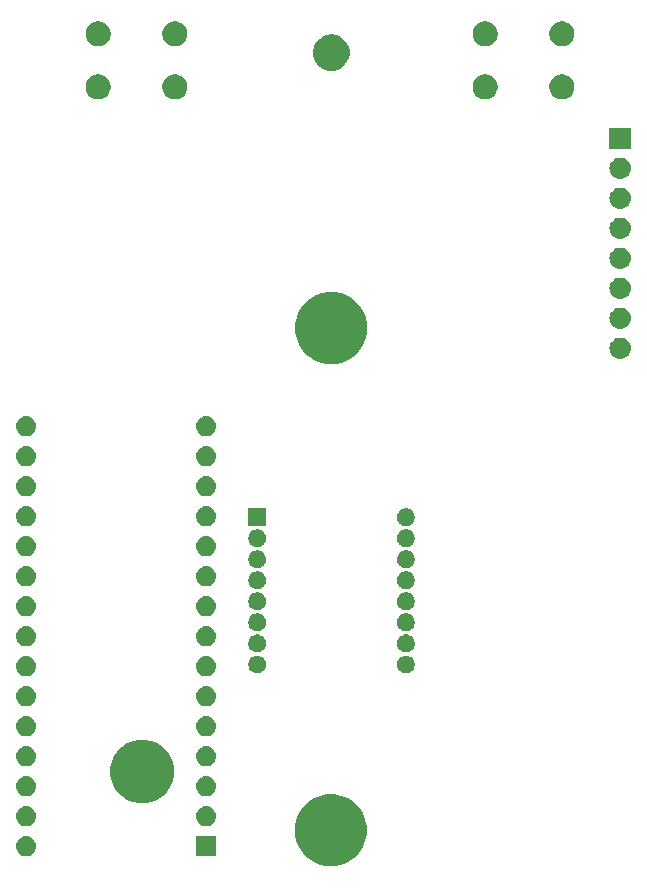
<source format=gbr>
G04 #@! TF.GenerationSoftware,KiCad,Pcbnew,(5.1.4-0-10_14)*
G04 #@! TF.CreationDate,2020-11-05T16:31:29+00:00*
G04 #@! TF.ProjectId,OpenLaserMouse,4f70656e-4c61-4736-9572-4d6f7573652e,rev?*
G04 #@! TF.SameCoordinates,Original*
G04 #@! TF.FileFunction,Soldermask,Bot*
G04 #@! TF.FilePolarity,Negative*
%FSLAX46Y46*%
G04 Gerber Fmt 4.6, Leading zero omitted, Abs format (unit mm)*
G04 Created by KiCad (PCBNEW (5.1.4-0-10_14)) date 2020-11-05 16:31:29*
%MOMM*%
%LPD*%
G04 APERTURE LIST*
%ADD10C,0.100000*%
G04 APERTURE END LIST*
D10*
G36*
X68834943Y-113566248D02*
G01*
X69390189Y-113796238D01*
X69638347Y-113962052D01*
X69889899Y-114130134D01*
X70314866Y-114555101D01*
X70314867Y-114555103D01*
X70648762Y-115054811D01*
X70878752Y-115610057D01*
X70996000Y-116199501D01*
X70996000Y-116800499D01*
X70878752Y-117389943D01*
X70648762Y-117945189D01*
X70648761Y-117945190D01*
X70314866Y-118444899D01*
X69889899Y-118869866D01*
X69638347Y-119037948D01*
X69390189Y-119203762D01*
X68834943Y-119433752D01*
X68245499Y-119551000D01*
X67644501Y-119551000D01*
X67055057Y-119433752D01*
X66499811Y-119203762D01*
X66251653Y-119037948D01*
X66000101Y-118869866D01*
X65575134Y-118444899D01*
X65241239Y-117945190D01*
X65241238Y-117945189D01*
X65011248Y-117389943D01*
X64894000Y-116800499D01*
X64894000Y-116199501D01*
X65011248Y-115610057D01*
X65241238Y-115054811D01*
X65575133Y-114555103D01*
X65575134Y-114555101D01*
X66000101Y-114130134D01*
X66251653Y-113962052D01*
X66499811Y-113796238D01*
X67055057Y-113566248D01*
X67644501Y-113449000D01*
X68245499Y-113449000D01*
X68834943Y-113566248D01*
X68834943Y-113566248D01*
G37*
G36*
X42330823Y-117017313D02*
G01*
X42491242Y-117065976D01*
X42623906Y-117136886D01*
X42639078Y-117144996D01*
X42768659Y-117251341D01*
X42875004Y-117380922D01*
X42875005Y-117380924D01*
X42954024Y-117528758D01*
X43002687Y-117689177D01*
X43019117Y-117856000D01*
X43002687Y-118022823D01*
X42954024Y-118183242D01*
X42883114Y-118315906D01*
X42875004Y-118331078D01*
X42768659Y-118460659D01*
X42639078Y-118567004D01*
X42639076Y-118567005D01*
X42491242Y-118646024D01*
X42330823Y-118694687D01*
X42205804Y-118707000D01*
X42122196Y-118707000D01*
X41997177Y-118694687D01*
X41836758Y-118646024D01*
X41688924Y-118567005D01*
X41688922Y-118567004D01*
X41559341Y-118460659D01*
X41452996Y-118331078D01*
X41444886Y-118315906D01*
X41373976Y-118183242D01*
X41325313Y-118022823D01*
X41308883Y-117856000D01*
X41325313Y-117689177D01*
X41373976Y-117528758D01*
X41452995Y-117380924D01*
X41452996Y-117380922D01*
X41559341Y-117251341D01*
X41688922Y-117144996D01*
X41704094Y-117136886D01*
X41836758Y-117065976D01*
X41997177Y-117017313D01*
X42122196Y-117005000D01*
X42205804Y-117005000D01*
X42330823Y-117017313D01*
X42330823Y-117017313D01*
G37*
G36*
X58255000Y-118707000D02*
G01*
X56553000Y-118707000D01*
X56553000Y-117005000D01*
X58255000Y-117005000D01*
X58255000Y-118707000D01*
X58255000Y-118707000D01*
G37*
G36*
X57570823Y-114477313D02*
G01*
X57731242Y-114525976D01*
X57863906Y-114596886D01*
X57879078Y-114604996D01*
X58008659Y-114711341D01*
X58115004Y-114840922D01*
X58115005Y-114840924D01*
X58194024Y-114988758D01*
X58242687Y-115149177D01*
X58259117Y-115316000D01*
X58242687Y-115482823D01*
X58194024Y-115643242D01*
X58123114Y-115775906D01*
X58115004Y-115791078D01*
X58008659Y-115920659D01*
X57879078Y-116027004D01*
X57879076Y-116027005D01*
X57731242Y-116106024D01*
X57570823Y-116154687D01*
X57445804Y-116167000D01*
X57362196Y-116167000D01*
X57237177Y-116154687D01*
X57076758Y-116106024D01*
X56928924Y-116027005D01*
X56928922Y-116027004D01*
X56799341Y-115920659D01*
X56692996Y-115791078D01*
X56684886Y-115775906D01*
X56613976Y-115643242D01*
X56565313Y-115482823D01*
X56548883Y-115316000D01*
X56565313Y-115149177D01*
X56613976Y-114988758D01*
X56692995Y-114840924D01*
X56692996Y-114840922D01*
X56799341Y-114711341D01*
X56928922Y-114604996D01*
X56944094Y-114596886D01*
X57076758Y-114525976D01*
X57237177Y-114477313D01*
X57362196Y-114465000D01*
X57445804Y-114465000D01*
X57570823Y-114477313D01*
X57570823Y-114477313D01*
G37*
G36*
X42330823Y-114477313D02*
G01*
X42491242Y-114525976D01*
X42623906Y-114596886D01*
X42639078Y-114604996D01*
X42768659Y-114711341D01*
X42875004Y-114840922D01*
X42875005Y-114840924D01*
X42954024Y-114988758D01*
X43002687Y-115149177D01*
X43019117Y-115316000D01*
X43002687Y-115482823D01*
X42954024Y-115643242D01*
X42883114Y-115775906D01*
X42875004Y-115791078D01*
X42768659Y-115920659D01*
X42639078Y-116027004D01*
X42639076Y-116027005D01*
X42491242Y-116106024D01*
X42330823Y-116154687D01*
X42205804Y-116167000D01*
X42122196Y-116167000D01*
X41997177Y-116154687D01*
X41836758Y-116106024D01*
X41688924Y-116027005D01*
X41688922Y-116027004D01*
X41559341Y-115920659D01*
X41452996Y-115791078D01*
X41444886Y-115775906D01*
X41373976Y-115643242D01*
X41325313Y-115482823D01*
X41308883Y-115316000D01*
X41325313Y-115149177D01*
X41373976Y-114988758D01*
X41452995Y-114840924D01*
X41452996Y-114840922D01*
X41559341Y-114711341D01*
X41688922Y-114604996D01*
X41704094Y-114596886D01*
X41836758Y-114525976D01*
X41997177Y-114477313D01*
X42122196Y-114465000D01*
X42205804Y-114465000D01*
X42330823Y-114477313D01*
X42330823Y-114477313D01*
G37*
G36*
X52781652Y-108934197D02*
G01*
X53273202Y-109137804D01*
X53273203Y-109137805D01*
X53715587Y-109433396D01*
X54091804Y-109809613D01*
X54158050Y-109908758D01*
X54387396Y-110251998D01*
X54591003Y-110743548D01*
X54694800Y-111265373D01*
X54694800Y-111797427D01*
X54591003Y-112319252D01*
X54387396Y-112810802D01*
X54387395Y-112810803D01*
X54091804Y-113253187D01*
X53715587Y-113629404D01*
X53465902Y-113796238D01*
X53273202Y-113924996D01*
X52781652Y-114128603D01*
X52259827Y-114232400D01*
X51727773Y-114232400D01*
X51205948Y-114128603D01*
X50714398Y-113924996D01*
X50521698Y-113796238D01*
X50272013Y-113629404D01*
X49895796Y-113253187D01*
X49600205Y-112810803D01*
X49600204Y-112810802D01*
X49396597Y-112319252D01*
X49292800Y-111797427D01*
X49292800Y-111265373D01*
X49396597Y-110743548D01*
X49600204Y-110251998D01*
X49829550Y-109908758D01*
X49895796Y-109809613D01*
X50272013Y-109433396D01*
X50714397Y-109137805D01*
X50714398Y-109137804D01*
X51205948Y-108934197D01*
X51727773Y-108830400D01*
X52259827Y-108830400D01*
X52781652Y-108934197D01*
X52781652Y-108934197D01*
G37*
G36*
X42330823Y-111937313D02*
G01*
X42491242Y-111985976D01*
X42623906Y-112056886D01*
X42639078Y-112064996D01*
X42768659Y-112171341D01*
X42875004Y-112300922D01*
X42875005Y-112300924D01*
X42954024Y-112448758D01*
X43002687Y-112609177D01*
X43019117Y-112776000D01*
X43002687Y-112942823D01*
X42954024Y-113103242D01*
X42883114Y-113235906D01*
X42875004Y-113251078D01*
X42768659Y-113380659D01*
X42639078Y-113487004D01*
X42639076Y-113487005D01*
X42491242Y-113566024D01*
X42491239Y-113566025D01*
X42461380Y-113575083D01*
X42330823Y-113614687D01*
X42205804Y-113627000D01*
X42122196Y-113627000D01*
X41997177Y-113614687D01*
X41866620Y-113575083D01*
X41836761Y-113566025D01*
X41836758Y-113566024D01*
X41688924Y-113487005D01*
X41688922Y-113487004D01*
X41559341Y-113380659D01*
X41452996Y-113251078D01*
X41444886Y-113235906D01*
X41373976Y-113103242D01*
X41325313Y-112942823D01*
X41308883Y-112776000D01*
X41325313Y-112609177D01*
X41373976Y-112448758D01*
X41452995Y-112300924D01*
X41452996Y-112300922D01*
X41559341Y-112171341D01*
X41688922Y-112064996D01*
X41704094Y-112056886D01*
X41836758Y-111985976D01*
X41997177Y-111937313D01*
X42122196Y-111925000D01*
X42205804Y-111925000D01*
X42330823Y-111937313D01*
X42330823Y-111937313D01*
G37*
G36*
X57570823Y-111937313D02*
G01*
X57731242Y-111985976D01*
X57863906Y-112056886D01*
X57879078Y-112064996D01*
X58008659Y-112171341D01*
X58115004Y-112300922D01*
X58115005Y-112300924D01*
X58194024Y-112448758D01*
X58242687Y-112609177D01*
X58259117Y-112776000D01*
X58242687Y-112942823D01*
X58194024Y-113103242D01*
X58123114Y-113235906D01*
X58115004Y-113251078D01*
X58008659Y-113380659D01*
X57879078Y-113487004D01*
X57879076Y-113487005D01*
X57731242Y-113566024D01*
X57731239Y-113566025D01*
X57701380Y-113575083D01*
X57570823Y-113614687D01*
X57445804Y-113627000D01*
X57362196Y-113627000D01*
X57237177Y-113614687D01*
X57106620Y-113575083D01*
X57076761Y-113566025D01*
X57076758Y-113566024D01*
X56928924Y-113487005D01*
X56928922Y-113487004D01*
X56799341Y-113380659D01*
X56692996Y-113251078D01*
X56684886Y-113235906D01*
X56613976Y-113103242D01*
X56565313Y-112942823D01*
X56548883Y-112776000D01*
X56565313Y-112609177D01*
X56613976Y-112448758D01*
X56692995Y-112300924D01*
X56692996Y-112300922D01*
X56799341Y-112171341D01*
X56928922Y-112064996D01*
X56944094Y-112056886D01*
X57076758Y-111985976D01*
X57237177Y-111937313D01*
X57362196Y-111925000D01*
X57445804Y-111925000D01*
X57570823Y-111937313D01*
X57570823Y-111937313D01*
G37*
G36*
X57570823Y-109397313D02*
G01*
X57731242Y-109445976D01*
X57863906Y-109516886D01*
X57879078Y-109524996D01*
X58008659Y-109631341D01*
X58115004Y-109760922D01*
X58115005Y-109760924D01*
X58194024Y-109908758D01*
X58242687Y-110069177D01*
X58259117Y-110236000D01*
X58242687Y-110402823D01*
X58194024Y-110563242D01*
X58123114Y-110695906D01*
X58115004Y-110711078D01*
X58008659Y-110840659D01*
X57879078Y-110947004D01*
X57879076Y-110947005D01*
X57731242Y-111026024D01*
X57570823Y-111074687D01*
X57445804Y-111087000D01*
X57362196Y-111087000D01*
X57237177Y-111074687D01*
X57076758Y-111026024D01*
X56928924Y-110947005D01*
X56928922Y-110947004D01*
X56799341Y-110840659D01*
X56692996Y-110711078D01*
X56684886Y-110695906D01*
X56613976Y-110563242D01*
X56565313Y-110402823D01*
X56548883Y-110236000D01*
X56565313Y-110069177D01*
X56613976Y-109908758D01*
X56692995Y-109760924D01*
X56692996Y-109760922D01*
X56799341Y-109631341D01*
X56928922Y-109524996D01*
X56944094Y-109516886D01*
X57076758Y-109445976D01*
X57237177Y-109397313D01*
X57362196Y-109385000D01*
X57445804Y-109385000D01*
X57570823Y-109397313D01*
X57570823Y-109397313D01*
G37*
G36*
X42330823Y-109397313D02*
G01*
X42491242Y-109445976D01*
X42623906Y-109516886D01*
X42639078Y-109524996D01*
X42768659Y-109631341D01*
X42875004Y-109760922D01*
X42875005Y-109760924D01*
X42954024Y-109908758D01*
X43002687Y-110069177D01*
X43019117Y-110236000D01*
X43002687Y-110402823D01*
X42954024Y-110563242D01*
X42883114Y-110695906D01*
X42875004Y-110711078D01*
X42768659Y-110840659D01*
X42639078Y-110947004D01*
X42639076Y-110947005D01*
X42491242Y-111026024D01*
X42330823Y-111074687D01*
X42205804Y-111087000D01*
X42122196Y-111087000D01*
X41997177Y-111074687D01*
X41836758Y-111026024D01*
X41688924Y-110947005D01*
X41688922Y-110947004D01*
X41559341Y-110840659D01*
X41452996Y-110711078D01*
X41444886Y-110695906D01*
X41373976Y-110563242D01*
X41325313Y-110402823D01*
X41308883Y-110236000D01*
X41325313Y-110069177D01*
X41373976Y-109908758D01*
X41452995Y-109760924D01*
X41452996Y-109760922D01*
X41559341Y-109631341D01*
X41688922Y-109524996D01*
X41704094Y-109516886D01*
X41836758Y-109445976D01*
X41997177Y-109397313D01*
X42122196Y-109385000D01*
X42205804Y-109385000D01*
X42330823Y-109397313D01*
X42330823Y-109397313D01*
G37*
G36*
X57570823Y-106857313D02*
G01*
X57731242Y-106905976D01*
X57863906Y-106976886D01*
X57879078Y-106984996D01*
X58008659Y-107091341D01*
X58115004Y-107220922D01*
X58115005Y-107220924D01*
X58194024Y-107368758D01*
X58242687Y-107529177D01*
X58259117Y-107696000D01*
X58242687Y-107862823D01*
X58194024Y-108023242D01*
X58123114Y-108155906D01*
X58115004Y-108171078D01*
X58008659Y-108300659D01*
X57879078Y-108407004D01*
X57879076Y-108407005D01*
X57731242Y-108486024D01*
X57570823Y-108534687D01*
X57445804Y-108547000D01*
X57362196Y-108547000D01*
X57237177Y-108534687D01*
X57076758Y-108486024D01*
X56928924Y-108407005D01*
X56928922Y-108407004D01*
X56799341Y-108300659D01*
X56692996Y-108171078D01*
X56684886Y-108155906D01*
X56613976Y-108023242D01*
X56565313Y-107862823D01*
X56548883Y-107696000D01*
X56565313Y-107529177D01*
X56613976Y-107368758D01*
X56692995Y-107220924D01*
X56692996Y-107220922D01*
X56799341Y-107091341D01*
X56928922Y-106984996D01*
X56944094Y-106976886D01*
X57076758Y-106905976D01*
X57237177Y-106857313D01*
X57362196Y-106845000D01*
X57445804Y-106845000D01*
X57570823Y-106857313D01*
X57570823Y-106857313D01*
G37*
G36*
X42330823Y-106857313D02*
G01*
X42491242Y-106905976D01*
X42623906Y-106976886D01*
X42639078Y-106984996D01*
X42768659Y-107091341D01*
X42875004Y-107220922D01*
X42875005Y-107220924D01*
X42954024Y-107368758D01*
X43002687Y-107529177D01*
X43019117Y-107696000D01*
X43002687Y-107862823D01*
X42954024Y-108023242D01*
X42883114Y-108155906D01*
X42875004Y-108171078D01*
X42768659Y-108300659D01*
X42639078Y-108407004D01*
X42639076Y-108407005D01*
X42491242Y-108486024D01*
X42330823Y-108534687D01*
X42205804Y-108547000D01*
X42122196Y-108547000D01*
X41997177Y-108534687D01*
X41836758Y-108486024D01*
X41688924Y-108407005D01*
X41688922Y-108407004D01*
X41559341Y-108300659D01*
X41452996Y-108171078D01*
X41444886Y-108155906D01*
X41373976Y-108023242D01*
X41325313Y-107862823D01*
X41308883Y-107696000D01*
X41325313Y-107529177D01*
X41373976Y-107368758D01*
X41452995Y-107220924D01*
X41452996Y-107220922D01*
X41559341Y-107091341D01*
X41688922Y-106984996D01*
X41704094Y-106976886D01*
X41836758Y-106905976D01*
X41997177Y-106857313D01*
X42122196Y-106845000D01*
X42205804Y-106845000D01*
X42330823Y-106857313D01*
X42330823Y-106857313D01*
G37*
G36*
X42330823Y-104317313D02*
G01*
X42491242Y-104365976D01*
X42623906Y-104436886D01*
X42639078Y-104444996D01*
X42768659Y-104551341D01*
X42875004Y-104680922D01*
X42875005Y-104680924D01*
X42954024Y-104828758D01*
X43002687Y-104989177D01*
X43019117Y-105156000D01*
X43002687Y-105322823D01*
X42954024Y-105483242D01*
X42883114Y-105615906D01*
X42875004Y-105631078D01*
X42768659Y-105760659D01*
X42639078Y-105867004D01*
X42639076Y-105867005D01*
X42491242Y-105946024D01*
X42330823Y-105994687D01*
X42205804Y-106007000D01*
X42122196Y-106007000D01*
X41997177Y-105994687D01*
X41836758Y-105946024D01*
X41688924Y-105867005D01*
X41688922Y-105867004D01*
X41559341Y-105760659D01*
X41452996Y-105631078D01*
X41444886Y-105615906D01*
X41373976Y-105483242D01*
X41325313Y-105322823D01*
X41308883Y-105156000D01*
X41325313Y-104989177D01*
X41373976Y-104828758D01*
X41452995Y-104680924D01*
X41452996Y-104680922D01*
X41559341Y-104551341D01*
X41688922Y-104444996D01*
X41704094Y-104436886D01*
X41836758Y-104365976D01*
X41997177Y-104317313D01*
X42122196Y-104305000D01*
X42205804Y-104305000D01*
X42330823Y-104317313D01*
X42330823Y-104317313D01*
G37*
G36*
X57570823Y-104317313D02*
G01*
X57731242Y-104365976D01*
X57863906Y-104436886D01*
X57879078Y-104444996D01*
X58008659Y-104551341D01*
X58115004Y-104680922D01*
X58115005Y-104680924D01*
X58194024Y-104828758D01*
X58242687Y-104989177D01*
X58259117Y-105156000D01*
X58242687Y-105322823D01*
X58194024Y-105483242D01*
X58123114Y-105615906D01*
X58115004Y-105631078D01*
X58008659Y-105760659D01*
X57879078Y-105867004D01*
X57879076Y-105867005D01*
X57731242Y-105946024D01*
X57570823Y-105994687D01*
X57445804Y-106007000D01*
X57362196Y-106007000D01*
X57237177Y-105994687D01*
X57076758Y-105946024D01*
X56928924Y-105867005D01*
X56928922Y-105867004D01*
X56799341Y-105760659D01*
X56692996Y-105631078D01*
X56684886Y-105615906D01*
X56613976Y-105483242D01*
X56565313Y-105322823D01*
X56548883Y-105156000D01*
X56565313Y-104989177D01*
X56613976Y-104828758D01*
X56692995Y-104680924D01*
X56692996Y-104680922D01*
X56799341Y-104551341D01*
X56928922Y-104444996D01*
X56944094Y-104436886D01*
X57076758Y-104365976D01*
X57237177Y-104317313D01*
X57362196Y-104305000D01*
X57445804Y-104305000D01*
X57570823Y-104317313D01*
X57570823Y-104317313D01*
G37*
G36*
X42330823Y-101777313D02*
G01*
X42491242Y-101825976D01*
X42586063Y-101876659D01*
X42639078Y-101904996D01*
X42768659Y-102011341D01*
X42875004Y-102140922D01*
X42875005Y-102140924D01*
X42954024Y-102288758D01*
X43002687Y-102449177D01*
X43019117Y-102616000D01*
X43002687Y-102782823D01*
X42954024Y-102943242D01*
X42900520Y-103043340D01*
X42875004Y-103091078D01*
X42768659Y-103220659D01*
X42639078Y-103327004D01*
X42639076Y-103327005D01*
X42491242Y-103406024D01*
X42330823Y-103454687D01*
X42205804Y-103467000D01*
X42122196Y-103467000D01*
X41997177Y-103454687D01*
X41836758Y-103406024D01*
X41688924Y-103327005D01*
X41688922Y-103327004D01*
X41559341Y-103220659D01*
X41452996Y-103091078D01*
X41427480Y-103043340D01*
X41373976Y-102943242D01*
X41325313Y-102782823D01*
X41308883Y-102616000D01*
X41325313Y-102449177D01*
X41373976Y-102288758D01*
X41452995Y-102140924D01*
X41452996Y-102140922D01*
X41559341Y-102011341D01*
X41688922Y-101904996D01*
X41741937Y-101876659D01*
X41836758Y-101825976D01*
X41997177Y-101777313D01*
X42122196Y-101765000D01*
X42205804Y-101765000D01*
X42330823Y-101777313D01*
X42330823Y-101777313D01*
G37*
G36*
X57570823Y-101777313D02*
G01*
X57731242Y-101825976D01*
X57826063Y-101876659D01*
X57879078Y-101904996D01*
X58008659Y-102011341D01*
X58115004Y-102140922D01*
X58115005Y-102140924D01*
X58194024Y-102288758D01*
X58242687Y-102449177D01*
X58259117Y-102616000D01*
X58242687Y-102782823D01*
X58194024Y-102943242D01*
X58140520Y-103043340D01*
X58115004Y-103091078D01*
X58008659Y-103220659D01*
X57879078Y-103327004D01*
X57879076Y-103327005D01*
X57731242Y-103406024D01*
X57570823Y-103454687D01*
X57445804Y-103467000D01*
X57362196Y-103467000D01*
X57237177Y-103454687D01*
X57076758Y-103406024D01*
X56928924Y-103327005D01*
X56928922Y-103327004D01*
X56799341Y-103220659D01*
X56692996Y-103091078D01*
X56667480Y-103043340D01*
X56613976Y-102943242D01*
X56565313Y-102782823D01*
X56548883Y-102616000D01*
X56565313Y-102449177D01*
X56613976Y-102288758D01*
X56692995Y-102140924D01*
X56692996Y-102140922D01*
X56799341Y-102011341D01*
X56928922Y-101904996D01*
X56981937Y-101876659D01*
X57076758Y-101825976D01*
X57237177Y-101777313D01*
X57362196Y-101765000D01*
X57445804Y-101765000D01*
X57570823Y-101777313D01*
X57570823Y-101777313D01*
G37*
G36*
X61941059Y-101737860D02*
G01*
X62077732Y-101794472D01*
X62200735Y-101876660D01*
X62305340Y-101981265D01*
X62305341Y-101981267D01*
X62387529Y-102104270D01*
X62444140Y-102240941D01*
X62473000Y-102386032D01*
X62473000Y-102533968D01*
X62444140Y-102679059D01*
X62401160Y-102782823D01*
X62387528Y-102815732D01*
X62305340Y-102938735D01*
X62200735Y-103043340D01*
X62077732Y-103125528D01*
X62077731Y-103125529D01*
X62077730Y-103125529D01*
X61941059Y-103182140D01*
X61795968Y-103211000D01*
X61648032Y-103211000D01*
X61502941Y-103182140D01*
X61366270Y-103125529D01*
X61366269Y-103125529D01*
X61366268Y-103125528D01*
X61243265Y-103043340D01*
X61138660Y-102938735D01*
X61056472Y-102815732D01*
X61042841Y-102782823D01*
X60999860Y-102679059D01*
X60971000Y-102533968D01*
X60971000Y-102386032D01*
X60999860Y-102240941D01*
X61056471Y-102104270D01*
X61138659Y-101981267D01*
X61138660Y-101981265D01*
X61243265Y-101876660D01*
X61366268Y-101794472D01*
X61502941Y-101737860D01*
X61648032Y-101709000D01*
X61795968Y-101709000D01*
X61941059Y-101737860D01*
X61941059Y-101737860D01*
G37*
G36*
X74541059Y-101737860D02*
G01*
X74677732Y-101794472D01*
X74800735Y-101876660D01*
X74905340Y-101981265D01*
X74905341Y-101981267D01*
X74987529Y-102104270D01*
X75044140Y-102240941D01*
X75073000Y-102386032D01*
X75073000Y-102533968D01*
X75044140Y-102679059D01*
X75001160Y-102782823D01*
X74987528Y-102815732D01*
X74905340Y-102938735D01*
X74800735Y-103043340D01*
X74677732Y-103125528D01*
X74677731Y-103125529D01*
X74677730Y-103125529D01*
X74541059Y-103182140D01*
X74395968Y-103211000D01*
X74248032Y-103211000D01*
X74102941Y-103182140D01*
X73966270Y-103125529D01*
X73966269Y-103125529D01*
X73966268Y-103125528D01*
X73843265Y-103043340D01*
X73738660Y-102938735D01*
X73656472Y-102815732D01*
X73642841Y-102782823D01*
X73599860Y-102679059D01*
X73571000Y-102533968D01*
X73571000Y-102386032D01*
X73599860Y-102240941D01*
X73656471Y-102104270D01*
X73738659Y-101981267D01*
X73738660Y-101981265D01*
X73843265Y-101876660D01*
X73966268Y-101794472D01*
X74102941Y-101737860D01*
X74248032Y-101709000D01*
X74395968Y-101709000D01*
X74541059Y-101737860D01*
X74541059Y-101737860D01*
G37*
G36*
X61941059Y-99957860D02*
G01*
X62077732Y-100014472D01*
X62200735Y-100096660D01*
X62305340Y-100201265D01*
X62387528Y-100324268D01*
X62387529Y-100324270D01*
X62444140Y-100460941D01*
X62473000Y-100606032D01*
X62473000Y-100753968D01*
X62450711Y-100866024D01*
X62444140Y-100899059D01*
X62387528Y-101035732D01*
X62305340Y-101158735D01*
X62200735Y-101263340D01*
X62077732Y-101345528D01*
X62077731Y-101345529D01*
X62077730Y-101345529D01*
X61941059Y-101402140D01*
X61795968Y-101431000D01*
X61648032Y-101431000D01*
X61502941Y-101402140D01*
X61366270Y-101345529D01*
X61366269Y-101345529D01*
X61366268Y-101345528D01*
X61243265Y-101263340D01*
X61138660Y-101158735D01*
X61056472Y-101035732D01*
X60999860Y-100899059D01*
X60993289Y-100866024D01*
X60971000Y-100753968D01*
X60971000Y-100606032D01*
X60999860Y-100460941D01*
X61056471Y-100324270D01*
X61056472Y-100324268D01*
X61138660Y-100201265D01*
X61243265Y-100096660D01*
X61366268Y-100014472D01*
X61502941Y-99957860D01*
X61648032Y-99929000D01*
X61795968Y-99929000D01*
X61941059Y-99957860D01*
X61941059Y-99957860D01*
G37*
G36*
X74541059Y-99957860D02*
G01*
X74677732Y-100014472D01*
X74800735Y-100096660D01*
X74905340Y-100201265D01*
X74987528Y-100324268D01*
X74987529Y-100324270D01*
X75044140Y-100460941D01*
X75073000Y-100606032D01*
X75073000Y-100753968D01*
X75050711Y-100866024D01*
X75044140Y-100899059D01*
X74987528Y-101035732D01*
X74905340Y-101158735D01*
X74800735Y-101263340D01*
X74677732Y-101345528D01*
X74677731Y-101345529D01*
X74677730Y-101345529D01*
X74541059Y-101402140D01*
X74395968Y-101431000D01*
X74248032Y-101431000D01*
X74102941Y-101402140D01*
X73966270Y-101345529D01*
X73966269Y-101345529D01*
X73966268Y-101345528D01*
X73843265Y-101263340D01*
X73738660Y-101158735D01*
X73656472Y-101035732D01*
X73599860Y-100899059D01*
X73593289Y-100866024D01*
X73571000Y-100753968D01*
X73571000Y-100606032D01*
X73599860Y-100460941D01*
X73656471Y-100324270D01*
X73656472Y-100324268D01*
X73738660Y-100201265D01*
X73843265Y-100096660D01*
X73966268Y-100014472D01*
X74102941Y-99957860D01*
X74248032Y-99929000D01*
X74395968Y-99929000D01*
X74541059Y-99957860D01*
X74541059Y-99957860D01*
G37*
G36*
X42330823Y-99237313D02*
G01*
X42491242Y-99285976D01*
X42623906Y-99356886D01*
X42639078Y-99364996D01*
X42768659Y-99471341D01*
X42875004Y-99600922D01*
X42875005Y-99600924D01*
X42954024Y-99748758D01*
X43002687Y-99909177D01*
X43019117Y-100076000D01*
X43002687Y-100242823D01*
X42954024Y-100403242D01*
X42923183Y-100460941D01*
X42875004Y-100551078D01*
X42768659Y-100680659D01*
X42639078Y-100787004D01*
X42639076Y-100787005D01*
X42491242Y-100866024D01*
X42330823Y-100914687D01*
X42205804Y-100927000D01*
X42122196Y-100927000D01*
X41997177Y-100914687D01*
X41836758Y-100866024D01*
X41688924Y-100787005D01*
X41688922Y-100787004D01*
X41559341Y-100680659D01*
X41452996Y-100551078D01*
X41404817Y-100460941D01*
X41373976Y-100403242D01*
X41325313Y-100242823D01*
X41308883Y-100076000D01*
X41325313Y-99909177D01*
X41373976Y-99748758D01*
X41452995Y-99600924D01*
X41452996Y-99600922D01*
X41559341Y-99471341D01*
X41688922Y-99364996D01*
X41704094Y-99356886D01*
X41836758Y-99285976D01*
X41997177Y-99237313D01*
X42122196Y-99225000D01*
X42205804Y-99225000D01*
X42330823Y-99237313D01*
X42330823Y-99237313D01*
G37*
G36*
X57570823Y-99237313D02*
G01*
X57731242Y-99285976D01*
X57863906Y-99356886D01*
X57879078Y-99364996D01*
X58008659Y-99471341D01*
X58115004Y-99600922D01*
X58115005Y-99600924D01*
X58194024Y-99748758D01*
X58242687Y-99909177D01*
X58259117Y-100076000D01*
X58242687Y-100242823D01*
X58194024Y-100403242D01*
X58163183Y-100460941D01*
X58115004Y-100551078D01*
X58008659Y-100680659D01*
X57879078Y-100787004D01*
X57879076Y-100787005D01*
X57731242Y-100866024D01*
X57570823Y-100914687D01*
X57445804Y-100927000D01*
X57362196Y-100927000D01*
X57237177Y-100914687D01*
X57076758Y-100866024D01*
X56928924Y-100787005D01*
X56928922Y-100787004D01*
X56799341Y-100680659D01*
X56692996Y-100551078D01*
X56644817Y-100460941D01*
X56613976Y-100403242D01*
X56565313Y-100242823D01*
X56548883Y-100076000D01*
X56565313Y-99909177D01*
X56613976Y-99748758D01*
X56692995Y-99600924D01*
X56692996Y-99600922D01*
X56799341Y-99471341D01*
X56928922Y-99364996D01*
X56944094Y-99356886D01*
X57076758Y-99285976D01*
X57237177Y-99237313D01*
X57362196Y-99225000D01*
X57445804Y-99225000D01*
X57570823Y-99237313D01*
X57570823Y-99237313D01*
G37*
G36*
X74541059Y-98177860D02*
G01*
X74677732Y-98234472D01*
X74800735Y-98316660D01*
X74905340Y-98421265D01*
X74905341Y-98421267D01*
X74987529Y-98544270D01*
X75044140Y-98680941D01*
X75073000Y-98826032D01*
X75073000Y-98973968D01*
X75044140Y-99119059D01*
X74995158Y-99237313D01*
X74987528Y-99255732D01*
X74905340Y-99378735D01*
X74800735Y-99483340D01*
X74677732Y-99565528D01*
X74677731Y-99565529D01*
X74677730Y-99565529D01*
X74541059Y-99622140D01*
X74395968Y-99651000D01*
X74248032Y-99651000D01*
X74102941Y-99622140D01*
X73966270Y-99565529D01*
X73966269Y-99565529D01*
X73966268Y-99565528D01*
X73843265Y-99483340D01*
X73738660Y-99378735D01*
X73656472Y-99255732D01*
X73648843Y-99237313D01*
X73599860Y-99119059D01*
X73571000Y-98973968D01*
X73571000Y-98826032D01*
X73599860Y-98680941D01*
X73656471Y-98544270D01*
X73738659Y-98421267D01*
X73738660Y-98421265D01*
X73843265Y-98316660D01*
X73966268Y-98234472D01*
X74102941Y-98177860D01*
X74248032Y-98149000D01*
X74395968Y-98149000D01*
X74541059Y-98177860D01*
X74541059Y-98177860D01*
G37*
G36*
X61941059Y-98177860D02*
G01*
X62077732Y-98234472D01*
X62200735Y-98316660D01*
X62305340Y-98421265D01*
X62305341Y-98421267D01*
X62387529Y-98544270D01*
X62444140Y-98680941D01*
X62473000Y-98826032D01*
X62473000Y-98973968D01*
X62444140Y-99119059D01*
X62395158Y-99237313D01*
X62387528Y-99255732D01*
X62305340Y-99378735D01*
X62200735Y-99483340D01*
X62077732Y-99565528D01*
X62077731Y-99565529D01*
X62077730Y-99565529D01*
X61941059Y-99622140D01*
X61795968Y-99651000D01*
X61648032Y-99651000D01*
X61502941Y-99622140D01*
X61366270Y-99565529D01*
X61366269Y-99565529D01*
X61366268Y-99565528D01*
X61243265Y-99483340D01*
X61138660Y-99378735D01*
X61056472Y-99255732D01*
X61048843Y-99237313D01*
X60999860Y-99119059D01*
X60971000Y-98973968D01*
X60971000Y-98826032D01*
X60999860Y-98680941D01*
X61056471Y-98544270D01*
X61138659Y-98421267D01*
X61138660Y-98421265D01*
X61243265Y-98316660D01*
X61366268Y-98234472D01*
X61502941Y-98177860D01*
X61648032Y-98149000D01*
X61795968Y-98149000D01*
X61941059Y-98177860D01*
X61941059Y-98177860D01*
G37*
G36*
X57570823Y-96697313D02*
G01*
X57731242Y-96745976D01*
X57863906Y-96816886D01*
X57879078Y-96824996D01*
X58008659Y-96931341D01*
X58115004Y-97060922D01*
X58115005Y-97060924D01*
X58194024Y-97208758D01*
X58242687Y-97369177D01*
X58259117Y-97536000D01*
X58242687Y-97702823D01*
X58194024Y-97863242D01*
X58189877Y-97871000D01*
X58115004Y-98011078D01*
X58008659Y-98140659D01*
X57879078Y-98247004D01*
X57879076Y-98247005D01*
X57731242Y-98326024D01*
X57570823Y-98374687D01*
X57445804Y-98387000D01*
X57362196Y-98387000D01*
X57237177Y-98374687D01*
X57076758Y-98326024D01*
X56928924Y-98247005D01*
X56928922Y-98247004D01*
X56799341Y-98140659D01*
X56692996Y-98011078D01*
X56618123Y-97871000D01*
X56613976Y-97863242D01*
X56565313Y-97702823D01*
X56548883Y-97536000D01*
X56565313Y-97369177D01*
X56613976Y-97208758D01*
X56692995Y-97060924D01*
X56692996Y-97060922D01*
X56799341Y-96931341D01*
X56928922Y-96824996D01*
X56944094Y-96816886D01*
X57076758Y-96745976D01*
X57237177Y-96697313D01*
X57362196Y-96685000D01*
X57445804Y-96685000D01*
X57570823Y-96697313D01*
X57570823Y-96697313D01*
G37*
G36*
X42330823Y-96697313D02*
G01*
X42491242Y-96745976D01*
X42623906Y-96816886D01*
X42639078Y-96824996D01*
X42768659Y-96931341D01*
X42875004Y-97060922D01*
X42875005Y-97060924D01*
X42954024Y-97208758D01*
X43002687Y-97369177D01*
X43019117Y-97536000D01*
X43002687Y-97702823D01*
X42954024Y-97863242D01*
X42949877Y-97871000D01*
X42875004Y-98011078D01*
X42768659Y-98140659D01*
X42639078Y-98247004D01*
X42639076Y-98247005D01*
X42491242Y-98326024D01*
X42330823Y-98374687D01*
X42205804Y-98387000D01*
X42122196Y-98387000D01*
X41997177Y-98374687D01*
X41836758Y-98326024D01*
X41688924Y-98247005D01*
X41688922Y-98247004D01*
X41559341Y-98140659D01*
X41452996Y-98011078D01*
X41378123Y-97871000D01*
X41373976Y-97863242D01*
X41325313Y-97702823D01*
X41308883Y-97536000D01*
X41325313Y-97369177D01*
X41373976Y-97208758D01*
X41452995Y-97060924D01*
X41452996Y-97060922D01*
X41559341Y-96931341D01*
X41688922Y-96824996D01*
X41704094Y-96816886D01*
X41836758Y-96745976D01*
X41997177Y-96697313D01*
X42122196Y-96685000D01*
X42205804Y-96685000D01*
X42330823Y-96697313D01*
X42330823Y-96697313D01*
G37*
G36*
X74541059Y-96397860D02*
G01*
X74677732Y-96454472D01*
X74800735Y-96536660D01*
X74905340Y-96641265D01*
X74987528Y-96764268D01*
X74987529Y-96764270D01*
X75044140Y-96900941D01*
X75073000Y-97046032D01*
X75073000Y-97193968D01*
X75044140Y-97339059D01*
X74987528Y-97475732D01*
X74905340Y-97598735D01*
X74800735Y-97703340D01*
X74677732Y-97785528D01*
X74677731Y-97785529D01*
X74677730Y-97785529D01*
X74541059Y-97842140D01*
X74395968Y-97871000D01*
X74248032Y-97871000D01*
X74102941Y-97842140D01*
X73966270Y-97785529D01*
X73966269Y-97785529D01*
X73966268Y-97785528D01*
X73843265Y-97703340D01*
X73738660Y-97598735D01*
X73656472Y-97475732D01*
X73599860Y-97339059D01*
X73571000Y-97193968D01*
X73571000Y-97046032D01*
X73599860Y-96900941D01*
X73656471Y-96764270D01*
X73656472Y-96764268D01*
X73738660Y-96641265D01*
X73843265Y-96536660D01*
X73966268Y-96454472D01*
X74102941Y-96397860D01*
X74248032Y-96369000D01*
X74395968Y-96369000D01*
X74541059Y-96397860D01*
X74541059Y-96397860D01*
G37*
G36*
X61941059Y-96397860D02*
G01*
X62077732Y-96454472D01*
X62200735Y-96536660D01*
X62305340Y-96641265D01*
X62387528Y-96764268D01*
X62387529Y-96764270D01*
X62444140Y-96900941D01*
X62473000Y-97046032D01*
X62473000Y-97193968D01*
X62444140Y-97339059D01*
X62387528Y-97475732D01*
X62305340Y-97598735D01*
X62200735Y-97703340D01*
X62077732Y-97785528D01*
X62077731Y-97785529D01*
X62077730Y-97785529D01*
X61941059Y-97842140D01*
X61795968Y-97871000D01*
X61648032Y-97871000D01*
X61502941Y-97842140D01*
X61366270Y-97785529D01*
X61366269Y-97785529D01*
X61366268Y-97785528D01*
X61243265Y-97703340D01*
X61138660Y-97598735D01*
X61056472Y-97475732D01*
X60999860Y-97339059D01*
X60971000Y-97193968D01*
X60971000Y-97046032D01*
X60999860Y-96900941D01*
X61056471Y-96764270D01*
X61056472Y-96764268D01*
X61138660Y-96641265D01*
X61243265Y-96536660D01*
X61366268Y-96454472D01*
X61502941Y-96397860D01*
X61648032Y-96369000D01*
X61795968Y-96369000D01*
X61941059Y-96397860D01*
X61941059Y-96397860D01*
G37*
G36*
X61941059Y-94617860D02*
G01*
X62063945Y-94668761D01*
X62077732Y-94674472D01*
X62200735Y-94756660D01*
X62305340Y-94861265D01*
X62387528Y-94984268D01*
X62444140Y-95120941D01*
X62473000Y-95266033D01*
X62473000Y-95413967D01*
X62444140Y-95559059D01*
X62387528Y-95695732D01*
X62305340Y-95818735D01*
X62200735Y-95923340D01*
X62077732Y-96005528D01*
X62077731Y-96005529D01*
X62077730Y-96005529D01*
X61941059Y-96062140D01*
X61795968Y-96091000D01*
X61648032Y-96091000D01*
X61502941Y-96062140D01*
X61366270Y-96005529D01*
X61366269Y-96005529D01*
X61366268Y-96005528D01*
X61243265Y-95923340D01*
X61138660Y-95818735D01*
X61056472Y-95695732D01*
X60999860Y-95559059D01*
X60971000Y-95413967D01*
X60971000Y-95266033D01*
X60999860Y-95120941D01*
X61056472Y-94984268D01*
X61138660Y-94861265D01*
X61243265Y-94756660D01*
X61366268Y-94674472D01*
X61380056Y-94668761D01*
X61502941Y-94617860D01*
X61648032Y-94589000D01*
X61795968Y-94589000D01*
X61941059Y-94617860D01*
X61941059Y-94617860D01*
G37*
G36*
X74541059Y-94617860D02*
G01*
X74663945Y-94668761D01*
X74677732Y-94674472D01*
X74800735Y-94756660D01*
X74905340Y-94861265D01*
X74987528Y-94984268D01*
X75044140Y-95120941D01*
X75073000Y-95266033D01*
X75073000Y-95413967D01*
X75044140Y-95559059D01*
X74987528Y-95695732D01*
X74905340Y-95818735D01*
X74800735Y-95923340D01*
X74677732Y-96005528D01*
X74677731Y-96005529D01*
X74677730Y-96005529D01*
X74541059Y-96062140D01*
X74395968Y-96091000D01*
X74248032Y-96091000D01*
X74102941Y-96062140D01*
X73966270Y-96005529D01*
X73966269Y-96005529D01*
X73966268Y-96005528D01*
X73843265Y-95923340D01*
X73738660Y-95818735D01*
X73656472Y-95695732D01*
X73599860Y-95559059D01*
X73571000Y-95413967D01*
X73571000Y-95266033D01*
X73599860Y-95120941D01*
X73656472Y-94984268D01*
X73738660Y-94861265D01*
X73843265Y-94756660D01*
X73966268Y-94674472D01*
X73980056Y-94668761D01*
X74102941Y-94617860D01*
X74248032Y-94589000D01*
X74395968Y-94589000D01*
X74541059Y-94617860D01*
X74541059Y-94617860D01*
G37*
G36*
X57570823Y-94157313D02*
G01*
X57731242Y-94205976D01*
X57863906Y-94276886D01*
X57879078Y-94284996D01*
X58008659Y-94391341D01*
X58115004Y-94520922D01*
X58115005Y-94520924D01*
X58194024Y-94668758D01*
X58242687Y-94829177D01*
X58259117Y-94996000D01*
X58242687Y-95162823D01*
X58194024Y-95323242D01*
X58145530Y-95413967D01*
X58115004Y-95471078D01*
X58008659Y-95600659D01*
X57879078Y-95707004D01*
X57879076Y-95707005D01*
X57731242Y-95786024D01*
X57570823Y-95834687D01*
X57445804Y-95847000D01*
X57362196Y-95847000D01*
X57237177Y-95834687D01*
X57076758Y-95786024D01*
X56928924Y-95707005D01*
X56928922Y-95707004D01*
X56799341Y-95600659D01*
X56692996Y-95471078D01*
X56662470Y-95413967D01*
X56613976Y-95323242D01*
X56565313Y-95162823D01*
X56548883Y-94996000D01*
X56565313Y-94829177D01*
X56613976Y-94668758D01*
X56692995Y-94520924D01*
X56692996Y-94520922D01*
X56799341Y-94391341D01*
X56928922Y-94284996D01*
X56944094Y-94276886D01*
X57076758Y-94205976D01*
X57237177Y-94157313D01*
X57362196Y-94145000D01*
X57445804Y-94145000D01*
X57570823Y-94157313D01*
X57570823Y-94157313D01*
G37*
G36*
X42330823Y-94157313D02*
G01*
X42491242Y-94205976D01*
X42623906Y-94276886D01*
X42639078Y-94284996D01*
X42768659Y-94391341D01*
X42875004Y-94520922D01*
X42875005Y-94520924D01*
X42954024Y-94668758D01*
X43002687Y-94829177D01*
X43019117Y-94996000D01*
X43002687Y-95162823D01*
X42954024Y-95323242D01*
X42905530Y-95413967D01*
X42875004Y-95471078D01*
X42768659Y-95600659D01*
X42639078Y-95707004D01*
X42639076Y-95707005D01*
X42491242Y-95786024D01*
X42330823Y-95834687D01*
X42205804Y-95847000D01*
X42122196Y-95847000D01*
X41997177Y-95834687D01*
X41836758Y-95786024D01*
X41688924Y-95707005D01*
X41688922Y-95707004D01*
X41559341Y-95600659D01*
X41452996Y-95471078D01*
X41422470Y-95413967D01*
X41373976Y-95323242D01*
X41325313Y-95162823D01*
X41308883Y-94996000D01*
X41325313Y-94829177D01*
X41373976Y-94668758D01*
X41452995Y-94520924D01*
X41452996Y-94520922D01*
X41559341Y-94391341D01*
X41688922Y-94284996D01*
X41704094Y-94276886D01*
X41836758Y-94205976D01*
X41997177Y-94157313D01*
X42122196Y-94145000D01*
X42205804Y-94145000D01*
X42330823Y-94157313D01*
X42330823Y-94157313D01*
G37*
G36*
X61941059Y-92837860D02*
G01*
X62077732Y-92894472D01*
X62200735Y-92976660D01*
X62305340Y-93081265D01*
X62387528Y-93204268D01*
X62387529Y-93204270D01*
X62424981Y-93294687D01*
X62444140Y-93340941D01*
X62473000Y-93486033D01*
X62473000Y-93633967D01*
X62444140Y-93779059D01*
X62387528Y-93915732D01*
X62305340Y-94038735D01*
X62200735Y-94143340D01*
X62077732Y-94225528D01*
X62077731Y-94225529D01*
X62077730Y-94225529D01*
X61941059Y-94282140D01*
X61795968Y-94311000D01*
X61648032Y-94311000D01*
X61502941Y-94282140D01*
X61366270Y-94225529D01*
X61366269Y-94225529D01*
X61366268Y-94225528D01*
X61243265Y-94143340D01*
X61138660Y-94038735D01*
X61056472Y-93915732D01*
X60999860Y-93779059D01*
X60971000Y-93633967D01*
X60971000Y-93486033D01*
X60999860Y-93340941D01*
X61019019Y-93294687D01*
X61056471Y-93204270D01*
X61056472Y-93204268D01*
X61138660Y-93081265D01*
X61243265Y-92976660D01*
X61366268Y-92894472D01*
X61502941Y-92837860D01*
X61648032Y-92809000D01*
X61795968Y-92809000D01*
X61941059Y-92837860D01*
X61941059Y-92837860D01*
G37*
G36*
X74541059Y-92837860D02*
G01*
X74677732Y-92894472D01*
X74800735Y-92976660D01*
X74905340Y-93081265D01*
X74987528Y-93204268D01*
X74987529Y-93204270D01*
X75024981Y-93294687D01*
X75044140Y-93340941D01*
X75073000Y-93486033D01*
X75073000Y-93633967D01*
X75044140Y-93779059D01*
X74987528Y-93915732D01*
X74905340Y-94038735D01*
X74800735Y-94143340D01*
X74677732Y-94225528D01*
X74677731Y-94225529D01*
X74677730Y-94225529D01*
X74541059Y-94282140D01*
X74395968Y-94311000D01*
X74248032Y-94311000D01*
X74102941Y-94282140D01*
X73966270Y-94225529D01*
X73966269Y-94225529D01*
X73966268Y-94225528D01*
X73843265Y-94143340D01*
X73738660Y-94038735D01*
X73656472Y-93915732D01*
X73599860Y-93779059D01*
X73571000Y-93633967D01*
X73571000Y-93486033D01*
X73599860Y-93340941D01*
X73619019Y-93294687D01*
X73656471Y-93204270D01*
X73656472Y-93204268D01*
X73738660Y-93081265D01*
X73843265Y-92976660D01*
X73966268Y-92894472D01*
X74102941Y-92837860D01*
X74248032Y-92809000D01*
X74395968Y-92809000D01*
X74541059Y-92837860D01*
X74541059Y-92837860D01*
G37*
G36*
X42330823Y-91617313D02*
G01*
X42491242Y-91665976D01*
X42566181Y-91706032D01*
X42639078Y-91744996D01*
X42768659Y-91851341D01*
X42875004Y-91980922D01*
X42875005Y-91980924D01*
X42954024Y-92128758D01*
X43002687Y-92289177D01*
X43019117Y-92456000D01*
X43002687Y-92622823D01*
X42954024Y-92783242D01*
X42940256Y-92809000D01*
X42875004Y-92931078D01*
X42768659Y-93060659D01*
X42639078Y-93167004D01*
X42639076Y-93167005D01*
X42491242Y-93246024D01*
X42330823Y-93294687D01*
X42205804Y-93307000D01*
X42122196Y-93307000D01*
X41997177Y-93294687D01*
X41836758Y-93246024D01*
X41688924Y-93167005D01*
X41688922Y-93167004D01*
X41559341Y-93060659D01*
X41452996Y-92931078D01*
X41387744Y-92809000D01*
X41373976Y-92783242D01*
X41325313Y-92622823D01*
X41308883Y-92456000D01*
X41325313Y-92289177D01*
X41373976Y-92128758D01*
X41452995Y-91980924D01*
X41452996Y-91980922D01*
X41559341Y-91851341D01*
X41688922Y-91744996D01*
X41761819Y-91706032D01*
X41836758Y-91665976D01*
X41997177Y-91617313D01*
X42122196Y-91605000D01*
X42205804Y-91605000D01*
X42330823Y-91617313D01*
X42330823Y-91617313D01*
G37*
G36*
X57570823Y-91617313D02*
G01*
X57731242Y-91665976D01*
X57806181Y-91706032D01*
X57879078Y-91744996D01*
X58008659Y-91851341D01*
X58115004Y-91980922D01*
X58115005Y-91980924D01*
X58194024Y-92128758D01*
X58242687Y-92289177D01*
X58259117Y-92456000D01*
X58242687Y-92622823D01*
X58194024Y-92783242D01*
X58180256Y-92809000D01*
X58115004Y-92931078D01*
X58008659Y-93060659D01*
X57879078Y-93167004D01*
X57879076Y-93167005D01*
X57731242Y-93246024D01*
X57570823Y-93294687D01*
X57445804Y-93307000D01*
X57362196Y-93307000D01*
X57237177Y-93294687D01*
X57076758Y-93246024D01*
X56928924Y-93167005D01*
X56928922Y-93167004D01*
X56799341Y-93060659D01*
X56692996Y-92931078D01*
X56627744Y-92809000D01*
X56613976Y-92783242D01*
X56565313Y-92622823D01*
X56548883Y-92456000D01*
X56565313Y-92289177D01*
X56613976Y-92128758D01*
X56692995Y-91980924D01*
X56692996Y-91980922D01*
X56799341Y-91851341D01*
X56928922Y-91744996D01*
X57001819Y-91706032D01*
X57076758Y-91665976D01*
X57237177Y-91617313D01*
X57362196Y-91605000D01*
X57445804Y-91605000D01*
X57570823Y-91617313D01*
X57570823Y-91617313D01*
G37*
G36*
X74541059Y-91057860D02*
G01*
X74677732Y-91114472D01*
X74800735Y-91196660D01*
X74905340Y-91301265D01*
X74905341Y-91301267D01*
X74987529Y-91424270D01*
X75044140Y-91560941D01*
X75073000Y-91706032D01*
X75073000Y-91853968D01*
X75044140Y-91999059D01*
X74990416Y-92128761D01*
X74987528Y-92135732D01*
X74905340Y-92258735D01*
X74800735Y-92363340D01*
X74677732Y-92445528D01*
X74677731Y-92445529D01*
X74677730Y-92445529D01*
X74541059Y-92502140D01*
X74395968Y-92531000D01*
X74248032Y-92531000D01*
X74102941Y-92502140D01*
X73966270Y-92445529D01*
X73966269Y-92445529D01*
X73966268Y-92445528D01*
X73843265Y-92363340D01*
X73738660Y-92258735D01*
X73656472Y-92135732D01*
X73653585Y-92128761D01*
X73599860Y-91999059D01*
X73571000Y-91853968D01*
X73571000Y-91706032D01*
X73599860Y-91560941D01*
X73656471Y-91424270D01*
X73738659Y-91301267D01*
X73738660Y-91301265D01*
X73843265Y-91196660D01*
X73966268Y-91114472D01*
X74102941Y-91057860D01*
X74248032Y-91029000D01*
X74395968Y-91029000D01*
X74541059Y-91057860D01*
X74541059Y-91057860D01*
G37*
G36*
X61941059Y-91057860D02*
G01*
X62077732Y-91114472D01*
X62200735Y-91196660D01*
X62305340Y-91301265D01*
X62305341Y-91301267D01*
X62387529Y-91424270D01*
X62444140Y-91560941D01*
X62473000Y-91706032D01*
X62473000Y-91853968D01*
X62444140Y-91999059D01*
X62390416Y-92128761D01*
X62387528Y-92135732D01*
X62305340Y-92258735D01*
X62200735Y-92363340D01*
X62077732Y-92445528D01*
X62077731Y-92445529D01*
X62077730Y-92445529D01*
X61941059Y-92502140D01*
X61795968Y-92531000D01*
X61648032Y-92531000D01*
X61502941Y-92502140D01*
X61366270Y-92445529D01*
X61366269Y-92445529D01*
X61366268Y-92445528D01*
X61243265Y-92363340D01*
X61138660Y-92258735D01*
X61056472Y-92135732D01*
X61053585Y-92128761D01*
X60999860Y-91999059D01*
X60971000Y-91853968D01*
X60971000Y-91706032D01*
X60999860Y-91560941D01*
X61056471Y-91424270D01*
X61138659Y-91301267D01*
X61138660Y-91301265D01*
X61243265Y-91196660D01*
X61366268Y-91114472D01*
X61502941Y-91057860D01*
X61648032Y-91029000D01*
X61795968Y-91029000D01*
X61941059Y-91057860D01*
X61941059Y-91057860D01*
G37*
G36*
X42330823Y-89077313D02*
G01*
X42491242Y-89125976D01*
X42623906Y-89196886D01*
X42639078Y-89204996D01*
X42768659Y-89311341D01*
X42875004Y-89440922D01*
X42875005Y-89440924D01*
X42954024Y-89588758D01*
X43002687Y-89749177D01*
X43019117Y-89916000D01*
X43002687Y-90082823D01*
X42954024Y-90243242D01*
X42893898Y-90355730D01*
X42875004Y-90391078D01*
X42768659Y-90520659D01*
X42639078Y-90627004D01*
X42639076Y-90627005D01*
X42491242Y-90706024D01*
X42330823Y-90754687D01*
X42205804Y-90767000D01*
X42122196Y-90767000D01*
X41997177Y-90754687D01*
X41836758Y-90706024D01*
X41688924Y-90627005D01*
X41688922Y-90627004D01*
X41559341Y-90520659D01*
X41452996Y-90391078D01*
X41434102Y-90355730D01*
X41373976Y-90243242D01*
X41325313Y-90082823D01*
X41308883Y-89916000D01*
X41325313Y-89749177D01*
X41373976Y-89588758D01*
X41452995Y-89440924D01*
X41452996Y-89440922D01*
X41559341Y-89311341D01*
X41688922Y-89204996D01*
X41704094Y-89196886D01*
X41836758Y-89125976D01*
X41997177Y-89077313D01*
X42122196Y-89065000D01*
X42205804Y-89065000D01*
X42330823Y-89077313D01*
X42330823Y-89077313D01*
G37*
G36*
X57570823Y-89077313D02*
G01*
X57731242Y-89125976D01*
X57863906Y-89196886D01*
X57879078Y-89204996D01*
X58008659Y-89311341D01*
X58115004Y-89440922D01*
X58115005Y-89440924D01*
X58194024Y-89588758D01*
X58242687Y-89749177D01*
X58259117Y-89916000D01*
X58242687Y-90082823D01*
X58194024Y-90243242D01*
X58133898Y-90355730D01*
X58115004Y-90391078D01*
X58008659Y-90520659D01*
X57879078Y-90627004D01*
X57879076Y-90627005D01*
X57731242Y-90706024D01*
X57570823Y-90754687D01*
X57445804Y-90767000D01*
X57362196Y-90767000D01*
X57237177Y-90754687D01*
X57076758Y-90706024D01*
X56928924Y-90627005D01*
X56928922Y-90627004D01*
X56799341Y-90520659D01*
X56692996Y-90391078D01*
X56674102Y-90355730D01*
X56613976Y-90243242D01*
X56565313Y-90082823D01*
X56548883Y-89916000D01*
X56565313Y-89749177D01*
X56613976Y-89588758D01*
X56692995Y-89440924D01*
X56692996Y-89440922D01*
X56799341Y-89311341D01*
X56928922Y-89204996D01*
X56944094Y-89196886D01*
X57076758Y-89125976D01*
X57237177Y-89077313D01*
X57362196Y-89065000D01*
X57445804Y-89065000D01*
X57570823Y-89077313D01*
X57570823Y-89077313D01*
G37*
G36*
X62473000Y-90751000D02*
G01*
X60971000Y-90751000D01*
X60971000Y-89249000D01*
X62473000Y-89249000D01*
X62473000Y-90751000D01*
X62473000Y-90751000D01*
G37*
G36*
X74541059Y-89277860D02*
G01*
X74677732Y-89334472D01*
X74800735Y-89416660D01*
X74905340Y-89521265D01*
X74905341Y-89521267D01*
X74987529Y-89644270D01*
X75044140Y-89780941D01*
X75073000Y-89926032D01*
X75073000Y-90073968D01*
X75071238Y-90082825D01*
X75044140Y-90219059D01*
X74987528Y-90355732D01*
X74905340Y-90478735D01*
X74800735Y-90583340D01*
X74677732Y-90665528D01*
X74677731Y-90665529D01*
X74677730Y-90665529D01*
X74541059Y-90722140D01*
X74395968Y-90751000D01*
X74248032Y-90751000D01*
X74102941Y-90722140D01*
X73966270Y-90665529D01*
X73966269Y-90665529D01*
X73966268Y-90665528D01*
X73843265Y-90583340D01*
X73738660Y-90478735D01*
X73656472Y-90355732D01*
X73599860Y-90219059D01*
X73572762Y-90082825D01*
X73571000Y-90073968D01*
X73571000Y-89926032D01*
X73599860Y-89780941D01*
X73656471Y-89644270D01*
X73738659Y-89521267D01*
X73738660Y-89521265D01*
X73843265Y-89416660D01*
X73966268Y-89334472D01*
X74102941Y-89277860D01*
X74248032Y-89249000D01*
X74395968Y-89249000D01*
X74541059Y-89277860D01*
X74541059Y-89277860D01*
G37*
G36*
X42330823Y-86537313D02*
G01*
X42491242Y-86585976D01*
X42623906Y-86656886D01*
X42639078Y-86664996D01*
X42768659Y-86771341D01*
X42875004Y-86900922D01*
X42875005Y-86900924D01*
X42954024Y-87048758D01*
X43002687Y-87209177D01*
X43019117Y-87376000D01*
X43002687Y-87542823D01*
X42954024Y-87703242D01*
X42883114Y-87835906D01*
X42875004Y-87851078D01*
X42768659Y-87980659D01*
X42639078Y-88087004D01*
X42639076Y-88087005D01*
X42491242Y-88166024D01*
X42330823Y-88214687D01*
X42205804Y-88227000D01*
X42122196Y-88227000D01*
X41997177Y-88214687D01*
X41836758Y-88166024D01*
X41688924Y-88087005D01*
X41688922Y-88087004D01*
X41559341Y-87980659D01*
X41452996Y-87851078D01*
X41444886Y-87835906D01*
X41373976Y-87703242D01*
X41325313Y-87542823D01*
X41308883Y-87376000D01*
X41325313Y-87209177D01*
X41373976Y-87048758D01*
X41452995Y-86900924D01*
X41452996Y-86900922D01*
X41559341Y-86771341D01*
X41688922Y-86664996D01*
X41704094Y-86656886D01*
X41836758Y-86585976D01*
X41997177Y-86537313D01*
X42122196Y-86525000D01*
X42205804Y-86525000D01*
X42330823Y-86537313D01*
X42330823Y-86537313D01*
G37*
G36*
X57570823Y-86537313D02*
G01*
X57731242Y-86585976D01*
X57863906Y-86656886D01*
X57879078Y-86664996D01*
X58008659Y-86771341D01*
X58115004Y-86900922D01*
X58115005Y-86900924D01*
X58194024Y-87048758D01*
X58242687Y-87209177D01*
X58259117Y-87376000D01*
X58242687Y-87542823D01*
X58194024Y-87703242D01*
X58123114Y-87835906D01*
X58115004Y-87851078D01*
X58008659Y-87980659D01*
X57879078Y-88087004D01*
X57879076Y-88087005D01*
X57731242Y-88166024D01*
X57570823Y-88214687D01*
X57445804Y-88227000D01*
X57362196Y-88227000D01*
X57237177Y-88214687D01*
X57076758Y-88166024D01*
X56928924Y-88087005D01*
X56928922Y-88087004D01*
X56799341Y-87980659D01*
X56692996Y-87851078D01*
X56684886Y-87835906D01*
X56613976Y-87703242D01*
X56565313Y-87542823D01*
X56548883Y-87376000D01*
X56565313Y-87209177D01*
X56613976Y-87048758D01*
X56692995Y-86900924D01*
X56692996Y-86900922D01*
X56799341Y-86771341D01*
X56928922Y-86664996D01*
X56944094Y-86656886D01*
X57076758Y-86585976D01*
X57237177Y-86537313D01*
X57362196Y-86525000D01*
X57445804Y-86525000D01*
X57570823Y-86537313D01*
X57570823Y-86537313D01*
G37*
G36*
X57570823Y-83997313D02*
G01*
X57731242Y-84045976D01*
X57863906Y-84116886D01*
X57879078Y-84124996D01*
X58008659Y-84231341D01*
X58115004Y-84360922D01*
X58115005Y-84360924D01*
X58194024Y-84508758D01*
X58242687Y-84669177D01*
X58259117Y-84836000D01*
X58242687Y-85002823D01*
X58194024Y-85163242D01*
X58123114Y-85295906D01*
X58115004Y-85311078D01*
X58008659Y-85440659D01*
X57879078Y-85547004D01*
X57879076Y-85547005D01*
X57731242Y-85626024D01*
X57570823Y-85674687D01*
X57445804Y-85687000D01*
X57362196Y-85687000D01*
X57237177Y-85674687D01*
X57076758Y-85626024D01*
X56928924Y-85547005D01*
X56928922Y-85547004D01*
X56799341Y-85440659D01*
X56692996Y-85311078D01*
X56684886Y-85295906D01*
X56613976Y-85163242D01*
X56565313Y-85002823D01*
X56548883Y-84836000D01*
X56565313Y-84669177D01*
X56613976Y-84508758D01*
X56692995Y-84360924D01*
X56692996Y-84360922D01*
X56799341Y-84231341D01*
X56928922Y-84124996D01*
X56944094Y-84116886D01*
X57076758Y-84045976D01*
X57237177Y-83997313D01*
X57362196Y-83985000D01*
X57445804Y-83985000D01*
X57570823Y-83997313D01*
X57570823Y-83997313D01*
G37*
G36*
X42330823Y-83997313D02*
G01*
X42491242Y-84045976D01*
X42623906Y-84116886D01*
X42639078Y-84124996D01*
X42768659Y-84231341D01*
X42875004Y-84360922D01*
X42875005Y-84360924D01*
X42954024Y-84508758D01*
X43002687Y-84669177D01*
X43019117Y-84836000D01*
X43002687Y-85002823D01*
X42954024Y-85163242D01*
X42883114Y-85295906D01*
X42875004Y-85311078D01*
X42768659Y-85440659D01*
X42639078Y-85547004D01*
X42639076Y-85547005D01*
X42491242Y-85626024D01*
X42330823Y-85674687D01*
X42205804Y-85687000D01*
X42122196Y-85687000D01*
X41997177Y-85674687D01*
X41836758Y-85626024D01*
X41688924Y-85547005D01*
X41688922Y-85547004D01*
X41559341Y-85440659D01*
X41452996Y-85311078D01*
X41444886Y-85295906D01*
X41373976Y-85163242D01*
X41325313Y-85002823D01*
X41308883Y-84836000D01*
X41325313Y-84669177D01*
X41373976Y-84508758D01*
X41452995Y-84360924D01*
X41452996Y-84360922D01*
X41559341Y-84231341D01*
X41688922Y-84124996D01*
X41704094Y-84116886D01*
X41836758Y-84045976D01*
X41997177Y-83997313D01*
X42122196Y-83985000D01*
X42205804Y-83985000D01*
X42330823Y-83997313D01*
X42330823Y-83997313D01*
G37*
G36*
X57570823Y-81457313D02*
G01*
X57731242Y-81505976D01*
X57863906Y-81576886D01*
X57879078Y-81584996D01*
X58008659Y-81691341D01*
X58115004Y-81820922D01*
X58115005Y-81820924D01*
X58194024Y-81968758D01*
X58242687Y-82129177D01*
X58259117Y-82296000D01*
X58242687Y-82462823D01*
X58194024Y-82623242D01*
X58123114Y-82755906D01*
X58115004Y-82771078D01*
X58008659Y-82900659D01*
X57879078Y-83007004D01*
X57879076Y-83007005D01*
X57731242Y-83086024D01*
X57570823Y-83134687D01*
X57445804Y-83147000D01*
X57362196Y-83147000D01*
X57237177Y-83134687D01*
X57076758Y-83086024D01*
X56928924Y-83007005D01*
X56928922Y-83007004D01*
X56799341Y-82900659D01*
X56692996Y-82771078D01*
X56684886Y-82755906D01*
X56613976Y-82623242D01*
X56565313Y-82462823D01*
X56548883Y-82296000D01*
X56565313Y-82129177D01*
X56613976Y-81968758D01*
X56692995Y-81820924D01*
X56692996Y-81820922D01*
X56799341Y-81691341D01*
X56928922Y-81584996D01*
X56944094Y-81576886D01*
X57076758Y-81505976D01*
X57237177Y-81457313D01*
X57362196Y-81445000D01*
X57445804Y-81445000D01*
X57570823Y-81457313D01*
X57570823Y-81457313D01*
G37*
G36*
X42330823Y-81457313D02*
G01*
X42491242Y-81505976D01*
X42623906Y-81576886D01*
X42639078Y-81584996D01*
X42768659Y-81691341D01*
X42875004Y-81820922D01*
X42875005Y-81820924D01*
X42954024Y-81968758D01*
X43002687Y-82129177D01*
X43019117Y-82296000D01*
X43002687Y-82462823D01*
X42954024Y-82623242D01*
X42883114Y-82755906D01*
X42875004Y-82771078D01*
X42768659Y-82900659D01*
X42639078Y-83007004D01*
X42639076Y-83007005D01*
X42491242Y-83086024D01*
X42330823Y-83134687D01*
X42205804Y-83147000D01*
X42122196Y-83147000D01*
X41997177Y-83134687D01*
X41836758Y-83086024D01*
X41688924Y-83007005D01*
X41688922Y-83007004D01*
X41559341Y-82900659D01*
X41452996Y-82771078D01*
X41444886Y-82755906D01*
X41373976Y-82623242D01*
X41325313Y-82462823D01*
X41308883Y-82296000D01*
X41325313Y-82129177D01*
X41373976Y-81968758D01*
X41452995Y-81820924D01*
X41452996Y-81820922D01*
X41559341Y-81691341D01*
X41688922Y-81584996D01*
X41704094Y-81576886D01*
X41836758Y-81505976D01*
X41997177Y-81457313D01*
X42122196Y-81445000D01*
X42205804Y-81445000D01*
X42330823Y-81457313D01*
X42330823Y-81457313D01*
G37*
G36*
X68898443Y-71043748D02*
G01*
X69453689Y-71273738D01*
X69589941Y-71364779D01*
X69953399Y-71607634D01*
X70378366Y-72032601D01*
X70378367Y-72032603D01*
X70712262Y-72532311D01*
X70942252Y-73087557D01*
X71059500Y-73677001D01*
X71059500Y-74277999D01*
X70942252Y-74867443D01*
X70712262Y-75422689D01*
X70712261Y-75422690D01*
X70378366Y-75922399D01*
X69953399Y-76347366D01*
X69807610Y-76444779D01*
X69453689Y-76681262D01*
X68898443Y-76911252D01*
X68308999Y-77028500D01*
X67708001Y-77028500D01*
X67118557Y-76911252D01*
X66563311Y-76681262D01*
X66209390Y-76444779D01*
X66063601Y-76347366D01*
X65638634Y-75922399D01*
X65304739Y-75422690D01*
X65304738Y-75422689D01*
X65074748Y-74867443D01*
X64957500Y-74277999D01*
X64957500Y-73677001D01*
X65074748Y-73087557D01*
X65304738Y-72532311D01*
X65638633Y-72032603D01*
X65638634Y-72032601D01*
X66063601Y-71607634D01*
X66427059Y-71364779D01*
X66563311Y-71273738D01*
X67118557Y-71043748D01*
X67708001Y-70926500D01*
X68308999Y-70926500D01*
X68898443Y-71043748D01*
X68898443Y-71043748D01*
G37*
G36*
X92566442Y-74797518D02*
G01*
X92632627Y-74804037D01*
X92802466Y-74855557D01*
X92958991Y-74939222D01*
X92994729Y-74968552D01*
X93096186Y-75051814D01*
X93179448Y-75153271D01*
X93208778Y-75189009D01*
X93292443Y-75345534D01*
X93343963Y-75515373D01*
X93361359Y-75692000D01*
X93343963Y-75868627D01*
X93292443Y-76038466D01*
X93208778Y-76194991D01*
X93179448Y-76230729D01*
X93096186Y-76332186D01*
X92994729Y-76415448D01*
X92958991Y-76444778D01*
X92802466Y-76528443D01*
X92632627Y-76579963D01*
X92566443Y-76586481D01*
X92500260Y-76593000D01*
X92411740Y-76593000D01*
X92345557Y-76586481D01*
X92279373Y-76579963D01*
X92109534Y-76528443D01*
X91953009Y-76444778D01*
X91917271Y-76415448D01*
X91815814Y-76332186D01*
X91732552Y-76230729D01*
X91703222Y-76194991D01*
X91619557Y-76038466D01*
X91568037Y-75868627D01*
X91550641Y-75692000D01*
X91568037Y-75515373D01*
X91619557Y-75345534D01*
X91703222Y-75189009D01*
X91732552Y-75153271D01*
X91815814Y-75051814D01*
X91917271Y-74968552D01*
X91953009Y-74939222D01*
X92109534Y-74855557D01*
X92279373Y-74804037D01*
X92345558Y-74797518D01*
X92411740Y-74791000D01*
X92500260Y-74791000D01*
X92566442Y-74797518D01*
X92566442Y-74797518D01*
G37*
G36*
X92566443Y-72257519D02*
G01*
X92632627Y-72264037D01*
X92802466Y-72315557D01*
X92958991Y-72399222D01*
X92994729Y-72428552D01*
X93096186Y-72511814D01*
X93179448Y-72613271D01*
X93208778Y-72649009D01*
X93292443Y-72805534D01*
X93343963Y-72975373D01*
X93361359Y-73152000D01*
X93343963Y-73328627D01*
X93292443Y-73498466D01*
X93208778Y-73654991D01*
X93190713Y-73677003D01*
X93096186Y-73792186D01*
X92994729Y-73875448D01*
X92958991Y-73904778D01*
X92802466Y-73988443D01*
X92632627Y-74039963D01*
X92566442Y-74046482D01*
X92500260Y-74053000D01*
X92411740Y-74053000D01*
X92345558Y-74046482D01*
X92279373Y-74039963D01*
X92109534Y-73988443D01*
X91953009Y-73904778D01*
X91917271Y-73875448D01*
X91815814Y-73792186D01*
X91721287Y-73677003D01*
X91703222Y-73654991D01*
X91619557Y-73498466D01*
X91568037Y-73328627D01*
X91550641Y-73152000D01*
X91568037Y-72975373D01*
X91619557Y-72805534D01*
X91703222Y-72649009D01*
X91732552Y-72613271D01*
X91815814Y-72511814D01*
X91917271Y-72428552D01*
X91953009Y-72399222D01*
X92109534Y-72315557D01*
X92279373Y-72264037D01*
X92345557Y-72257519D01*
X92411740Y-72251000D01*
X92500260Y-72251000D01*
X92566443Y-72257519D01*
X92566443Y-72257519D01*
G37*
G36*
X92566442Y-69717518D02*
G01*
X92632627Y-69724037D01*
X92802466Y-69775557D01*
X92958991Y-69859222D01*
X92994729Y-69888552D01*
X93096186Y-69971814D01*
X93179448Y-70073271D01*
X93208778Y-70109009D01*
X93292443Y-70265534D01*
X93343963Y-70435373D01*
X93361359Y-70612000D01*
X93343963Y-70788627D01*
X93292443Y-70958466D01*
X93208778Y-71114991D01*
X93179448Y-71150729D01*
X93096186Y-71252186D01*
X92994729Y-71335448D01*
X92958991Y-71364778D01*
X92802466Y-71448443D01*
X92632627Y-71499963D01*
X92566443Y-71506481D01*
X92500260Y-71513000D01*
X92411740Y-71513000D01*
X92345557Y-71506481D01*
X92279373Y-71499963D01*
X92109534Y-71448443D01*
X91953009Y-71364778D01*
X91917271Y-71335448D01*
X91815814Y-71252186D01*
X91732552Y-71150729D01*
X91703222Y-71114991D01*
X91619557Y-70958466D01*
X91568037Y-70788627D01*
X91550641Y-70612000D01*
X91568037Y-70435373D01*
X91619557Y-70265534D01*
X91703222Y-70109009D01*
X91732552Y-70073271D01*
X91815814Y-69971814D01*
X91917271Y-69888552D01*
X91953009Y-69859222D01*
X92109534Y-69775557D01*
X92279373Y-69724037D01*
X92345558Y-69717518D01*
X92411740Y-69711000D01*
X92500260Y-69711000D01*
X92566442Y-69717518D01*
X92566442Y-69717518D01*
G37*
G36*
X92566442Y-67177518D02*
G01*
X92632627Y-67184037D01*
X92802466Y-67235557D01*
X92958991Y-67319222D01*
X92994729Y-67348552D01*
X93096186Y-67431814D01*
X93179448Y-67533271D01*
X93208778Y-67569009D01*
X93292443Y-67725534D01*
X93343963Y-67895373D01*
X93361359Y-68072000D01*
X93343963Y-68248627D01*
X93292443Y-68418466D01*
X93208778Y-68574991D01*
X93179448Y-68610729D01*
X93096186Y-68712186D01*
X92994729Y-68795448D01*
X92958991Y-68824778D01*
X92802466Y-68908443D01*
X92632627Y-68959963D01*
X92566442Y-68966482D01*
X92500260Y-68973000D01*
X92411740Y-68973000D01*
X92345558Y-68966482D01*
X92279373Y-68959963D01*
X92109534Y-68908443D01*
X91953009Y-68824778D01*
X91917271Y-68795448D01*
X91815814Y-68712186D01*
X91732552Y-68610729D01*
X91703222Y-68574991D01*
X91619557Y-68418466D01*
X91568037Y-68248627D01*
X91550641Y-68072000D01*
X91568037Y-67895373D01*
X91619557Y-67725534D01*
X91703222Y-67569009D01*
X91732552Y-67533271D01*
X91815814Y-67431814D01*
X91917271Y-67348552D01*
X91953009Y-67319222D01*
X92109534Y-67235557D01*
X92279373Y-67184037D01*
X92345558Y-67177518D01*
X92411740Y-67171000D01*
X92500260Y-67171000D01*
X92566442Y-67177518D01*
X92566442Y-67177518D01*
G37*
G36*
X92566443Y-64637519D02*
G01*
X92632627Y-64644037D01*
X92802466Y-64695557D01*
X92958991Y-64779222D01*
X92994729Y-64808552D01*
X93096186Y-64891814D01*
X93179448Y-64993271D01*
X93208778Y-65029009D01*
X93292443Y-65185534D01*
X93343963Y-65355373D01*
X93361359Y-65532000D01*
X93343963Y-65708627D01*
X93292443Y-65878466D01*
X93208778Y-66034991D01*
X93179448Y-66070729D01*
X93096186Y-66172186D01*
X92994729Y-66255448D01*
X92958991Y-66284778D01*
X92802466Y-66368443D01*
X92632627Y-66419963D01*
X92566443Y-66426481D01*
X92500260Y-66433000D01*
X92411740Y-66433000D01*
X92345557Y-66426481D01*
X92279373Y-66419963D01*
X92109534Y-66368443D01*
X91953009Y-66284778D01*
X91917271Y-66255448D01*
X91815814Y-66172186D01*
X91732552Y-66070729D01*
X91703222Y-66034991D01*
X91619557Y-65878466D01*
X91568037Y-65708627D01*
X91550641Y-65532000D01*
X91568037Y-65355373D01*
X91619557Y-65185534D01*
X91703222Y-65029009D01*
X91732552Y-64993271D01*
X91815814Y-64891814D01*
X91917271Y-64808552D01*
X91953009Y-64779222D01*
X92109534Y-64695557D01*
X92279373Y-64644037D01*
X92345557Y-64637519D01*
X92411740Y-64631000D01*
X92500260Y-64631000D01*
X92566443Y-64637519D01*
X92566443Y-64637519D01*
G37*
G36*
X92566443Y-62097519D02*
G01*
X92632627Y-62104037D01*
X92802466Y-62155557D01*
X92958991Y-62239222D01*
X92994729Y-62268552D01*
X93096186Y-62351814D01*
X93179448Y-62453271D01*
X93208778Y-62489009D01*
X93292443Y-62645534D01*
X93343963Y-62815373D01*
X93361359Y-62992000D01*
X93343963Y-63168627D01*
X93292443Y-63338466D01*
X93208778Y-63494991D01*
X93179448Y-63530729D01*
X93096186Y-63632186D01*
X92994729Y-63715448D01*
X92958991Y-63744778D01*
X92802466Y-63828443D01*
X92632627Y-63879963D01*
X92566442Y-63886482D01*
X92500260Y-63893000D01*
X92411740Y-63893000D01*
X92345558Y-63886482D01*
X92279373Y-63879963D01*
X92109534Y-63828443D01*
X91953009Y-63744778D01*
X91917271Y-63715448D01*
X91815814Y-63632186D01*
X91732552Y-63530729D01*
X91703222Y-63494991D01*
X91619557Y-63338466D01*
X91568037Y-63168627D01*
X91550641Y-62992000D01*
X91568037Y-62815373D01*
X91619557Y-62645534D01*
X91703222Y-62489009D01*
X91732552Y-62453271D01*
X91815814Y-62351814D01*
X91917271Y-62268552D01*
X91953009Y-62239222D01*
X92109534Y-62155557D01*
X92279373Y-62104037D01*
X92345557Y-62097519D01*
X92411740Y-62091000D01*
X92500260Y-62091000D01*
X92566443Y-62097519D01*
X92566443Y-62097519D01*
G37*
G36*
X92566443Y-59557519D02*
G01*
X92632627Y-59564037D01*
X92802466Y-59615557D01*
X92958991Y-59699222D01*
X92994729Y-59728552D01*
X93096186Y-59811814D01*
X93179448Y-59913271D01*
X93208778Y-59949009D01*
X93292443Y-60105534D01*
X93343963Y-60275373D01*
X93361359Y-60452000D01*
X93343963Y-60628627D01*
X93292443Y-60798466D01*
X93208778Y-60954991D01*
X93179448Y-60990729D01*
X93096186Y-61092186D01*
X92994729Y-61175448D01*
X92958991Y-61204778D01*
X92802466Y-61288443D01*
X92632627Y-61339963D01*
X92566443Y-61346481D01*
X92500260Y-61353000D01*
X92411740Y-61353000D01*
X92345557Y-61346481D01*
X92279373Y-61339963D01*
X92109534Y-61288443D01*
X91953009Y-61204778D01*
X91917271Y-61175448D01*
X91815814Y-61092186D01*
X91732552Y-60990729D01*
X91703222Y-60954991D01*
X91619557Y-60798466D01*
X91568037Y-60628627D01*
X91550641Y-60452000D01*
X91568037Y-60275373D01*
X91619557Y-60105534D01*
X91703222Y-59949009D01*
X91732552Y-59913271D01*
X91815814Y-59811814D01*
X91917271Y-59728552D01*
X91953009Y-59699222D01*
X92109534Y-59615557D01*
X92279373Y-59564037D01*
X92345557Y-59557519D01*
X92411740Y-59551000D01*
X92500260Y-59551000D01*
X92566443Y-59557519D01*
X92566443Y-59557519D01*
G37*
G36*
X93357000Y-58813000D02*
G01*
X91555000Y-58813000D01*
X91555000Y-57011000D01*
X93357000Y-57011000D01*
X93357000Y-58813000D01*
X93357000Y-58813000D01*
G37*
G36*
X87832564Y-52553389D02*
G01*
X88023833Y-52632615D01*
X88023835Y-52632616D01*
X88195973Y-52747635D01*
X88342365Y-52894027D01*
X88457385Y-53066167D01*
X88536611Y-53257436D01*
X88577000Y-53460484D01*
X88577000Y-53667516D01*
X88536611Y-53870564D01*
X88457385Y-54061833D01*
X88457384Y-54061835D01*
X88342365Y-54233973D01*
X88195973Y-54380365D01*
X88023835Y-54495384D01*
X88023834Y-54495385D01*
X88023833Y-54495385D01*
X87832564Y-54574611D01*
X87629516Y-54615000D01*
X87422484Y-54615000D01*
X87219436Y-54574611D01*
X87028167Y-54495385D01*
X87028166Y-54495385D01*
X87028165Y-54495384D01*
X86856027Y-54380365D01*
X86709635Y-54233973D01*
X86594616Y-54061835D01*
X86594615Y-54061833D01*
X86515389Y-53870564D01*
X86475000Y-53667516D01*
X86475000Y-53460484D01*
X86515389Y-53257436D01*
X86594615Y-53066167D01*
X86709635Y-52894027D01*
X86856027Y-52747635D01*
X87028165Y-52632616D01*
X87028167Y-52632615D01*
X87219436Y-52553389D01*
X87422484Y-52513000D01*
X87629516Y-52513000D01*
X87832564Y-52553389D01*
X87832564Y-52553389D01*
G37*
G36*
X81332564Y-52553389D02*
G01*
X81523833Y-52632615D01*
X81523835Y-52632616D01*
X81695973Y-52747635D01*
X81842365Y-52894027D01*
X81957385Y-53066167D01*
X82036611Y-53257436D01*
X82077000Y-53460484D01*
X82077000Y-53667516D01*
X82036611Y-53870564D01*
X81957385Y-54061833D01*
X81957384Y-54061835D01*
X81842365Y-54233973D01*
X81695973Y-54380365D01*
X81523835Y-54495384D01*
X81523834Y-54495385D01*
X81523833Y-54495385D01*
X81332564Y-54574611D01*
X81129516Y-54615000D01*
X80922484Y-54615000D01*
X80719436Y-54574611D01*
X80528167Y-54495385D01*
X80528166Y-54495385D01*
X80528165Y-54495384D01*
X80356027Y-54380365D01*
X80209635Y-54233973D01*
X80094616Y-54061835D01*
X80094615Y-54061833D01*
X80015389Y-53870564D01*
X79975000Y-53667516D01*
X79975000Y-53460484D01*
X80015389Y-53257436D01*
X80094615Y-53066167D01*
X80209635Y-52894027D01*
X80356027Y-52747635D01*
X80528165Y-52632616D01*
X80528167Y-52632615D01*
X80719436Y-52553389D01*
X80922484Y-52513000D01*
X81129516Y-52513000D01*
X81332564Y-52553389D01*
X81332564Y-52553389D01*
G37*
G36*
X55066564Y-52553389D02*
G01*
X55257833Y-52632615D01*
X55257835Y-52632616D01*
X55429973Y-52747635D01*
X55576365Y-52894027D01*
X55691385Y-53066167D01*
X55770611Y-53257436D01*
X55811000Y-53460484D01*
X55811000Y-53667516D01*
X55770611Y-53870564D01*
X55691385Y-54061833D01*
X55691384Y-54061835D01*
X55576365Y-54233973D01*
X55429973Y-54380365D01*
X55257835Y-54495384D01*
X55257834Y-54495385D01*
X55257833Y-54495385D01*
X55066564Y-54574611D01*
X54863516Y-54615000D01*
X54656484Y-54615000D01*
X54453436Y-54574611D01*
X54262167Y-54495385D01*
X54262166Y-54495385D01*
X54262165Y-54495384D01*
X54090027Y-54380365D01*
X53943635Y-54233973D01*
X53828616Y-54061835D01*
X53828615Y-54061833D01*
X53749389Y-53870564D01*
X53709000Y-53667516D01*
X53709000Y-53460484D01*
X53749389Y-53257436D01*
X53828615Y-53066167D01*
X53943635Y-52894027D01*
X54090027Y-52747635D01*
X54262165Y-52632616D01*
X54262167Y-52632615D01*
X54453436Y-52553389D01*
X54656484Y-52513000D01*
X54863516Y-52513000D01*
X55066564Y-52553389D01*
X55066564Y-52553389D01*
G37*
G36*
X48566564Y-52553389D02*
G01*
X48757833Y-52632615D01*
X48757835Y-52632616D01*
X48929973Y-52747635D01*
X49076365Y-52894027D01*
X49191385Y-53066167D01*
X49270611Y-53257436D01*
X49311000Y-53460484D01*
X49311000Y-53667516D01*
X49270611Y-53870564D01*
X49191385Y-54061833D01*
X49191384Y-54061835D01*
X49076365Y-54233973D01*
X48929973Y-54380365D01*
X48757835Y-54495384D01*
X48757834Y-54495385D01*
X48757833Y-54495385D01*
X48566564Y-54574611D01*
X48363516Y-54615000D01*
X48156484Y-54615000D01*
X47953436Y-54574611D01*
X47762167Y-54495385D01*
X47762166Y-54495385D01*
X47762165Y-54495384D01*
X47590027Y-54380365D01*
X47443635Y-54233973D01*
X47328616Y-54061835D01*
X47328615Y-54061833D01*
X47249389Y-53870564D01*
X47209000Y-53667516D01*
X47209000Y-53460484D01*
X47249389Y-53257436D01*
X47328615Y-53066167D01*
X47443635Y-52894027D01*
X47590027Y-52747635D01*
X47762165Y-52632616D01*
X47762167Y-52632615D01*
X47953436Y-52553389D01*
X48156484Y-52513000D01*
X48363516Y-52513000D01*
X48566564Y-52553389D01*
X48566564Y-52553389D01*
G37*
G36*
X68302585Y-49151802D02*
G01*
X68452410Y-49181604D01*
X68734674Y-49298521D01*
X68988705Y-49468259D01*
X69204741Y-49684295D01*
X69374479Y-49938326D01*
X69491396Y-50220590D01*
X69551000Y-50520240D01*
X69551000Y-50825760D01*
X69491396Y-51125410D01*
X69374479Y-51407674D01*
X69204741Y-51661705D01*
X68988705Y-51877741D01*
X68734674Y-52047479D01*
X68452410Y-52164396D01*
X68302585Y-52194198D01*
X68152761Y-52224000D01*
X67847239Y-52224000D01*
X67697415Y-52194198D01*
X67547590Y-52164396D01*
X67265326Y-52047479D01*
X67011295Y-51877741D01*
X66795259Y-51661705D01*
X66625521Y-51407674D01*
X66508604Y-51125410D01*
X66449000Y-50825760D01*
X66449000Y-50520240D01*
X66508604Y-50220590D01*
X66625521Y-49938326D01*
X66795259Y-49684295D01*
X67011295Y-49468259D01*
X67265326Y-49298521D01*
X67547590Y-49181604D01*
X67697415Y-49151802D01*
X67847239Y-49122000D01*
X68152761Y-49122000D01*
X68302585Y-49151802D01*
X68302585Y-49151802D01*
G37*
G36*
X87832564Y-48053389D02*
G01*
X88023833Y-48132615D01*
X88023835Y-48132616D01*
X88195973Y-48247635D01*
X88342365Y-48394027D01*
X88457385Y-48566167D01*
X88536611Y-48757436D01*
X88577000Y-48960484D01*
X88577000Y-49167516D01*
X88536611Y-49370564D01*
X88496144Y-49468260D01*
X88457384Y-49561835D01*
X88342365Y-49733973D01*
X88195973Y-49880365D01*
X88023835Y-49995384D01*
X88023834Y-49995385D01*
X88023833Y-49995385D01*
X87832564Y-50074611D01*
X87629516Y-50115000D01*
X87422484Y-50115000D01*
X87219436Y-50074611D01*
X87028167Y-49995385D01*
X87028166Y-49995385D01*
X87028165Y-49995384D01*
X86856027Y-49880365D01*
X86709635Y-49733973D01*
X86594616Y-49561835D01*
X86555856Y-49468260D01*
X86515389Y-49370564D01*
X86475000Y-49167516D01*
X86475000Y-48960484D01*
X86515389Y-48757436D01*
X86594615Y-48566167D01*
X86709635Y-48394027D01*
X86856027Y-48247635D01*
X87028165Y-48132616D01*
X87028167Y-48132615D01*
X87219436Y-48053389D01*
X87422484Y-48013000D01*
X87629516Y-48013000D01*
X87832564Y-48053389D01*
X87832564Y-48053389D01*
G37*
G36*
X81332564Y-48053389D02*
G01*
X81523833Y-48132615D01*
X81523835Y-48132616D01*
X81695973Y-48247635D01*
X81842365Y-48394027D01*
X81957385Y-48566167D01*
X82036611Y-48757436D01*
X82077000Y-48960484D01*
X82077000Y-49167516D01*
X82036611Y-49370564D01*
X81996144Y-49468260D01*
X81957384Y-49561835D01*
X81842365Y-49733973D01*
X81695973Y-49880365D01*
X81523835Y-49995384D01*
X81523834Y-49995385D01*
X81523833Y-49995385D01*
X81332564Y-50074611D01*
X81129516Y-50115000D01*
X80922484Y-50115000D01*
X80719436Y-50074611D01*
X80528167Y-49995385D01*
X80528166Y-49995385D01*
X80528165Y-49995384D01*
X80356027Y-49880365D01*
X80209635Y-49733973D01*
X80094616Y-49561835D01*
X80055856Y-49468260D01*
X80015389Y-49370564D01*
X79975000Y-49167516D01*
X79975000Y-48960484D01*
X80015389Y-48757436D01*
X80094615Y-48566167D01*
X80209635Y-48394027D01*
X80356027Y-48247635D01*
X80528165Y-48132616D01*
X80528167Y-48132615D01*
X80719436Y-48053389D01*
X80922484Y-48013000D01*
X81129516Y-48013000D01*
X81332564Y-48053389D01*
X81332564Y-48053389D01*
G37*
G36*
X55066564Y-48053389D02*
G01*
X55257833Y-48132615D01*
X55257835Y-48132616D01*
X55429973Y-48247635D01*
X55576365Y-48394027D01*
X55691385Y-48566167D01*
X55770611Y-48757436D01*
X55811000Y-48960484D01*
X55811000Y-49167516D01*
X55770611Y-49370564D01*
X55730144Y-49468260D01*
X55691384Y-49561835D01*
X55576365Y-49733973D01*
X55429973Y-49880365D01*
X55257835Y-49995384D01*
X55257834Y-49995385D01*
X55257833Y-49995385D01*
X55066564Y-50074611D01*
X54863516Y-50115000D01*
X54656484Y-50115000D01*
X54453436Y-50074611D01*
X54262167Y-49995385D01*
X54262166Y-49995385D01*
X54262165Y-49995384D01*
X54090027Y-49880365D01*
X53943635Y-49733973D01*
X53828616Y-49561835D01*
X53789856Y-49468260D01*
X53749389Y-49370564D01*
X53709000Y-49167516D01*
X53709000Y-48960484D01*
X53749389Y-48757436D01*
X53828615Y-48566167D01*
X53943635Y-48394027D01*
X54090027Y-48247635D01*
X54262165Y-48132616D01*
X54262167Y-48132615D01*
X54453436Y-48053389D01*
X54656484Y-48013000D01*
X54863516Y-48013000D01*
X55066564Y-48053389D01*
X55066564Y-48053389D01*
G37*
G36*
X48566564Y-48053389D02*
G01*
X48757833Y-48132615D01*
X48757835Y-48132616D01*
X48929973Y-48247635D01*
X49076365Y-48394027D01*
X49191385Y-48566167D01*
X49270611Y-48757436D01*
X49311000Y-48960484D01*
X49311000Y-49167516D01*
X49270611Y-49370564D01*
X49230144Y-49468260D01*
X49191384Y-49561835D01*
X49076365Y-49733973D01*
X48929973Y-49880365D01*
X48757835Y-49995384D01*
X48757834Y-49995385D01*
X48757833Y-49995385D01*
X48566564Y-50074611D01*
X48363516Y-50115000D01*
X48156484Y-50115000D01*
X47953436Y-50074611D01*
X47762167Y-49995385D01*
X47762166Y-49995385D01*
X47762165Y-49995384D01*
X47590027Y-49880365D01*
X47443635Y-49733973D01*
X47328616Y-49561835D01*
X47289856Y-49468260D01*
X47249389Y-49370564D01*
X47209000Y-49167516D01*
X47209000Y-48960484D01*
X47249389Y-48757436D01*
X47328615Y-48566167D01*
X47443635Y-48394027D01*
X47590027Y-48247635D01*
X47762165Y-48132616D01*
X47762167Y-48132615D01*
X47953436Y-48053389D01*
X48156484Y-48013000D01*
X48363516Y-48013000D01*
X48566564Y-48053389D01*
X48566564Y-48053389D01*
G37*
M02*

</source>
